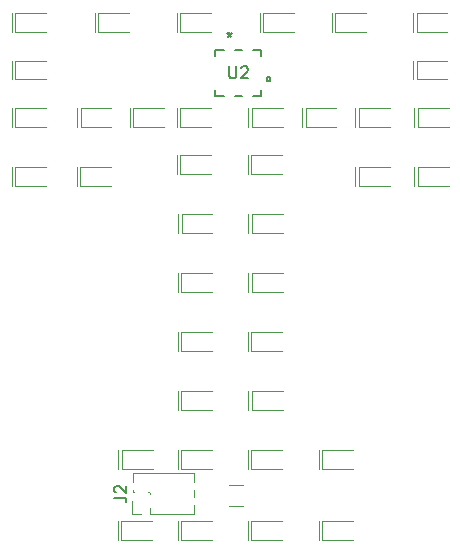
<source format=gbr>
G04 #@! TF.GenerationSoftware,KiCad,Pcbnew,(5.0.0)*
G04 #@! TF.CreationDate,2019-05-30T18:33:38-04:00*
G04 #@! TF.ProjectId,Tiny-er T,54696E792D657220542E6B696361645F,rev?*
G04 #@! TF.SameCoordinates,Original*
G04 #@! TF.FileFunction,Legend,Top*
G04 #@! TF.FilePolarity,Positive*
%FSLAX46Y46*%
G04 Gerber Fmt 4.6, Leading zero omitted, Abs format (unit mm)*
G04 Created by KiCad (PCBNEW (5.0.0)) date 05/30/19 18:33:38*
%MOMM*%
%LPD*%
G01*
G04 APERTURE LIST*
%ADD10C,0.120000*%
%ADD11C,0.100000*%
%ADD12C,0.152400*%
%ADD13C,0.150000*%
G04 APERTURE END LIST*
D10*
G04 #@! TO.C,D1*
X91350000Y-90200000D02*
X91350000Y-91800000D01*
X91350000Y-91800000D02*
X93950000Y-91800000D01*
X91350000Y-90200000D02*
X93950000Y-90200000D01*
D11*
X91050000Y-91800000D02*
X91050000Y-90200000D01*
D10*
G04 #@! TO.C,D2*
X91350000Y-85200000D02*
X91350000Y-86800000D01*
X91350000Y-86800000D02*
X93950000Y-86800000D01*
X91350000Y-85200000D02*
X93950000Y-85200000D01*
D11*
X91050000Y-86800000D02*
X91050000Y-85200000D01*
D10*
G04 #@! TO.C,D3*
X91350000Y-81200000D02*
X91350000Y-82800000D01*
X91350000Y-82800000D02*
X93950000Y-82800000D01*
X91350000Y-81200000D02*
X93950000Y-81200000D01*
D11*
X91050000Y-82800000D02*
X91050000Y-81200000D01*
D10*
G04 #@! TO.C,D4*
X91350000Y-77200000D02*
X91350000Y-78800000D01*
X91350000Y-78800000D02*
X93950000Y-78800000D01*
X91350000Y-77200000D02*
X93950000Y-77200000D01*
D11*
X91050000Y-78800000D02*
X91050000Y-77200000D01*
D10*
G04 #@! TO.C,D5*
X98400000Y-77200000D02*
X98400000Y-78800000D01*
X98400000Y-78800000D02*
X101000000Y-78800000D01*
X98400000Y-77200000D02*
X101000000Y-77200000D01*
D11*
X98100000Y-78800000D02*
X98100000Y-77200000D01*
D10*
G04 #@! TO.C,D6*
X105350000Y-77200000D02*
X105350000Y-78800000D01*
X105350000Y-78800000D02*
X107950000Y-78800000D01*
X105350000Y-77200000D02*
X107950000Y-77200000D01*
D11*
X105050000Y-78800000D02*
X105050000Y-77200000D01*
D10*
G04 #@! TO.C,D7*
X112350000Y-77200000D02*
X112350000Y-78800000D01*
X112350000Y-78800000D02*
X114950000Y-78800000D01*
X112350000Y-77200000D02*
X114950000Y-77200000D01*
D11*
X112050000Y-78800000D02*
X112050000Y-77200000D01*
D10*
G04 #@! TO.C,D8*
X118450000Y-77200000D02*
X118450000Y-78800000D01*
X118450000Y-78800000D02*
X121050000Y-78800000D01*
X118450000Y-77200000D02*
X121050000Y-77200000D01*
D11*
X118150000Y-78800000D02*
X118150000Y-77200000D01*
D10*
G04 #@! TO.C,D9*
X125350000Y-77200000D02*
X125350000Y-78800000D01*
X125350000Y-78800000D02*
X127950000Y-78800000D01*
X125350000Y-77200000D02*
X127950000Y-77200000D01*
D11*
X125050000Y-78800000D02*
X125050000Y-77200000D01*
D10*
G04 #@! TO.C,D10*
X125350000Y-81200000D02*
X125350000Y-82800000D01*
X125350000Y-82800000D02*
X127950000Y-82800000D01*
X125350000Y-81200000D02*
X127950000Y-81200000D01*
D11*
X125050000Y-82800000D02*
X125050000Y-81200000D01*
D10*
G04 #@! TO.C,D11*
X125450000Y-85200000D02*
X125450000Y-86800000D01*
X125450000Y-86800000D02*
X128050000Y-86800000D01*
X125450000Y-85200000D02*
X128050000Y-85200000D01*
D11*
X125150000Y-86800000D02*
X125150000Y-85200000D01*
D10*
G04 #@! TO.C,D12*
X125450000Y-90200000D02*
X125450000Y-91800000D01*
X125450000Y-91800000D02*
X128050000Y-91800000D01*
X125450000Y-90200000D02*
X128050000Y-90200000D01*
D11*
X125150000Y-91800000D02*
X125150000Y-90200000D01*
D10*
G04 #@! TO.C,D13*
X120450000Y-90200000D02*
X120450000Y-91800000D01*
X120450000Y-91800000D02*
X123050000Y-91800000D01*
X120450000Y-90200000D02*
X123050000Y-90200000D01*
D11*
X120150000Y-91800000D02*
X120150000Y-90200000D01*
D10*
G04 #@! TO.C,D14*
X120450000Y-85200000D02*
X120450000Y-86800000D01*
X120450000Y-86800000D02*
X123050000Y-86800000D01*
X120450000Y-85200000D02*
X123050000Y-85200000D01*
D11*
X120150000Y-86800000D02*
X120150000Y-85200000D01*
D10*
G04 #@! TO.C,D15*
X115950000Y-85200000D02*
X115950000Y-86800000D01*
X115950000Y-86800000D02*
X118550000Y-86800000D01*
X115950000Y-85200000D02*
X118550000Y-85200000D01*
D11*
X115650000Y-86800000D02*
X115650000Y-85200000D01*
D10*
G04 #@! TO.C,D16*
X111400000Y-85200000D02*
X111400000Y-86800000D01*
X111400000Y-86800000D02*
X114000000Y-86800000D01*
X111400000Y-85200000D02*
X114000000Y-85200000D01*
D11*
X111100000Y-86800000D02*
X111100000Y-85200000D01*
D10*
G04 #@! TO.C,D17*
X111350000Y-89200000D02*
X111350000Y-90800000D01*
X111350000Y-90800000D02*
X113950000Y-90800000D01*
X111350000Y-89200000D02*
X113950000Y-89200000D01*
D11*
X111050000Y-90800000D02*
X111050000Y-89200000D01*
D10*
G04 #@! TO.C,D18*
X111400000Y-94200000D02*
X111400000Y-95800000D01*
X111400000Y-95800000D02*
X114000000Y-95800000D01*
X111400000Y-94200000D02*
X114000000Y-94200000D01*
D11*
X111100000Y-95800000D02*
X111100000Y-94200000D01*
D10*
G04 #@! TO.C,D19*
X111400000Y-99200000D02*
X111400000Y-100800000D01*
X111400000Y-100800000D02*
X114000000Y-100800000D01*
X111400000Y-99200000D02*
X114000000Y-99200000D01*
D11*
X111100000Y-100800000D02*
X111100000Y-99200000D01*
D10*
G04 #@! TO.C,D20*
X111350000Y-104200000D02*
X111350000Y-105800000D01*
X111350000Y-105800000D02*
X113950000Y-105800000D01*
X111350000Y-104200000D02*
X113950000Y-104200000D01*
D11*
X111050000Y-105800000D02*
X111050000Y-104200000D01*
D10*
G04 #@! TO.C,D21*
X111350000Y-114200000D02*
X111350000Y-115800000D01*
X111350000Y-115800000D02*
X113950000Y-115800000D01*
X111350000Y-114200000D02*
X113950000Y-114200000D01*
D11*
X111050000Y-115800000D02*
X111050000Y-114200000D01*
D10*
G04 #@! TO.C,D22*
X117350000Y-114200000D02*
X117350000Y-115800000D01*
X117350000Y-115800000D02*
X119950000Y-115800000D01*
X117350000Y-114200000D02*
X119950000Y-114200000D01*
D11*
X117050000Y-115800000D02*
X117050000Y-114200000D01*
D10*
G04 #@! TO.C,D23*
X117350000Y-120200000D02*
X117350000Y-121800000D01*
X117350000Y-121800000D02*
X119950000Y-121800000D01*
X117350000Y-120200000D02*
X119950000Y-120200000D01*
D11*
X117050000Y-121800000D02*
X117050000Y-120200000D01*
D10*
G04 #@! TO.C,D24*
X111400000Y-109200000D02*
X111400000Y-110800000D01*
X111400000Y-110800000D02*
X114000000Y-110800000D01*
X111400000Y-109200000D02*
X114000000Y-109200000D01*
D11*
X111100000Y-110800000D02*
X111100000Y-109200000D01*
D12*
G04 #@! TO.C,U2*
X112697943Y-82559499D02*
X112951943Y-82559499D01*
X112697943Y-82940499D02*
X112697943Y-82559499D01*
X112951943Y-82940499D02*
X112697943Y-82940499D01*
X112951943Y-82559499D02*
X112951943Y-82940499D01*
X110527307Y-80298000D02*
X109972693Y-80298000D01*
X112202000Y-80777305D02*
X112202000Y-80298000D01*
X111472695Y-84202000D02*
X112202000Y-84202000D01*
X109972693Y-84202000D02*
X110527307Y-84202000D01*
X108298000Y-83722695D02*
X108298000Y-84202000D01*
X109027305Y-80298000D02*
X108298000Y-80298000D01*
X108298000Y-80298000D02*
X108298000Y-80777305D01*
X112202000Y-80298000D02*
X111472695Y-80298000D01*
X112202000Y-84202000D02*
X112202000Y-83722695D01*
X108298000Y-84202000D02*
X109027305Y-84202000D01*
D10*
G04 #@! TO.C,D25*
X111350000Y-120200000D02*
X111350000Y-121800000D01*
X111350000Y-121800000D02*
X113950000Y-121800000D01*
X111350000Y-120200000D02*
X113950000Y-120200000D01*
D11*
X111050000Y-121800000D02*
X111050000Y-120200000D01*
D10*
G04 #@! TO.C,D26*
X105400000Y-120200000D02*
X105400000Y-121800000D01*
X105400000Y-121800000D02*
X108000000Y-121800000D01*
X105400000Y-120200000D02*
X108000000Y-120200000D01*
D11*
X105100000Y-121800000D02*
X105100000Y-120200000D01*
D10*
G04 #@! TO.C,D27*
X100350000Y-120200000D02*
X100350000Y-121800000D01*
X100350000Y-121800000D02*
X102950000Y-121800000D01*
X100350000Y-120200000D02*
X102950000Y-120200000D01*
D11*
X100050000Y-121800000D02*
X100050000Y-120200000D01*
D10*
G04 #@! TO.C,D28*
X100400000Y-114200000D02*
X100400000Y-115800000D01*
X100400000Y-115800000D02*
X103000000Y-115800000D01*
X100400000Y-114200000D02*
X103000000Y-114200000D01*
D11*
X100100000Y-115800000D02*
X100100000Y-114200000D01*
D10*
G04 #@! TO.C,D29*
X105400000Y-114200000D02*
X105400000Y-115800000D01*
X105400000Y-115800000D02*
X108000000Y-115800000D01*
X105400000Y-114200000D02*
X108000000Y-114200000D01*
D11*
X105100000Y-115800000D02*
X105100000Y-114200000D01*
D10*
G04 #@! TO.C,D30*
X105400000Y-109200000D02*
X105400000Y-110800000D01*
X105400000Y-110800000D02*
X108000000Y-110800000D01*
X105400000Y-109200000D02*
X108000000Y-109200000D01*
D11*
X105100000Y-110800000D02*
X105100000Y-109200000D01*
D10*
G04 #@! TO.C,D31*
X105400000Y-104200000D02*
X105400000Y-105800000D01*
X105400000Y-105800000D02*
X108000000Y-105800000D01*
X105400000Y-104200000D02*
X108000000Y-104200000D01*
D11*
X105100000Y-105800000D02*
X105100000Y-104200000D01*
D10*
G04 #@! TO.C,D32*
X105400000Y-99200000D02*
X105400000Y-100800000D01*
X105400000Y-100800000D02*
X108000000Y-100800000D01*
X105400000Y-99200000D02*
X108000000Y-99200000D01*
D11*
X105100000Y-100800000D02*
X105100000Y-99200000D01*
G04 #@! TO.C,D33*
X105150000Y-95800000D02*
X105150000Y-94200000D01*
D10*
X105450000Y-94200000D02*
X108050000Y-94200000D01*
X105450000Y-95800000D02*
X108050000Y-95800000D01*
X105450000Y-94200000D02*
X105450000Y-95800000D01*
G04 #@! TO.C,D34*
X105350000Y-89200000D02*
X105350000Y-90800000D01*
X105350000Y-90800000D02*
X107950000Y-90800000D01*
X105350000Y-89200000D02*
X107950000Y-89200000D01*
D11*
X105050000Y-90800000D02*
X105050000Y-89200000D01*
G04 #@! TO.C,D35*
X105050000Y-86800000D02*
X105050000Y-85200000D01*
D10*
X105350000Y-85200000D02*
X107950000Y-85200000D01*
X105350000Y-86800000D02*
X107950000Y-86800000D01*
X105350000Y-85200000D02*
X105350000Y-86800000D01*
G04 #@! TO.C,D36*
X101350000Y-85200000D02*
X101350000Y-86800000D01*
X101350000Y-86800000D02*
X103950000Y-86800000D01*
X101350000Y-85200000D02*
X103950000Y-85200000D01*
D11*
X101050000Y-86800000D02*
X101050000Y-85200000D01*
G04 #@! TO.C,D37*
X96600000Y-86800000D02*
X96600000Y-85200000D01*
D10*
X96900000Y-85200000D02*
X99500000Y-85200000D01*
X96900000Y-86800000D02*
X99500000Y-86800000D01*
X96900000Y-85200000D02*
X96900000Y-86800000D01*
G04 #@! TO.C,D38*
X96850000Y-90200000D02*
X96850000Y-91800000D01*
X96850000Y-91800000D02*
X99450000Y-91800000D01*
X96850000Y-90200000D02*
X99450000Y-90200000D01*
D11*
X96550000Y-91800000D02*
X96550000Y-90200000D01*
D10*
G04 #@! TO.C,R1*
X109450000Y-117120000D02*
X110650000Y-117120000D01*
X110650000Y-118880000D02*
X109450000Y-118880000D01*
G04 #@! TO.C,J2*
X101240000Y-119630000D02*
X101240000Y-118500000D01*
X102000000Y-119630000D02*
X101240000Y-119630000D01*
X101305000Y-116922470D02*
X101305000Y-116100000D01*
X101305000Y-117740000D02*
X101305000Y-117537530D01*
X101436529Y-117740000D02*
X101305000Y-117740000D01*
X102706529Y-117740000D02*
X102563471Y-117740000D01*
X102760000Y-117936529D02*
X102760000Y-117793471D01*
X102760000Y-119630000D02*
X102760000Y-119063471D01*
X101305000Y-116100000D02*
X106505000Y-116100000D01*
X102760000Y-119630000D02*
X106505000Y-119630000D01*
X106505000Y-118192470D02*
X106505000Y-117537530D01*
X106505000Y-116922470D02*
X106505000Y-116100000D01*
X106505000Y-119630000D02*
X106505000Y-118807530D01*
G04 #@! TO.C,U2*
D13*
X109488095Y-81702380D02*
X109488095Y-82511904D01*
X109535714Y-82607142D01*
X109583333Y-82654761D01*
X109678571Y-82702380D01*
X109869047Y-82702380D01*
X109964285Y-82654761D01*
X110011904Y-82607142D01*
X110059523Y-82511904D01*
X110059523Y-81702380D01*
X110488095Y-81797619D02*
X110535714Y-81750000D01*
X110630952Y-81702380D01*
X110869047Y-81702380D01*
X110964285Y-81750000D01*
X111011904Y-81797619D01*
X111059523Y-81892857D01*
X111059523Y-81988095D01*
X111011904Y-82130952D01*
X110440476Y-82702380D01*
X111059523Y-82702380D01*
X109500000Y-78759038D02*
X109500000Y-78997134D01*
X109261904Y-78901896D02*
X109500000Y-78997134D01*
X109738095Y-78901896D01*
X109357142Y-79187610D02*
X109500000Y-78997134D01*
X109642857Y-79187610D01*
G04 #@! TO.C,J2*
X99757380Y-118198333D02*
X100471666Y-118198333D01*
X100614523Y-118245952D01*
X100709761Y-118341190D01*
X100757380Y-118484047D01*
X100757380Y-118579285D01*
X99852619Y-117769761D02*
X99805000Y-117722142D01*
X99757380Y-117626904D01*
X99757380Y-117388809D01*
X99805000Y-117293571D01*
X99852619Y-117245952D01*
X99947857Y-117198333D01*
X100043095Y-117198333D01*
X100185952Y-117245952D01*
X100757380Y-117817380D01*
X100757380Y-117198333D01*
G04 #@! TD*
M02*

</source>
